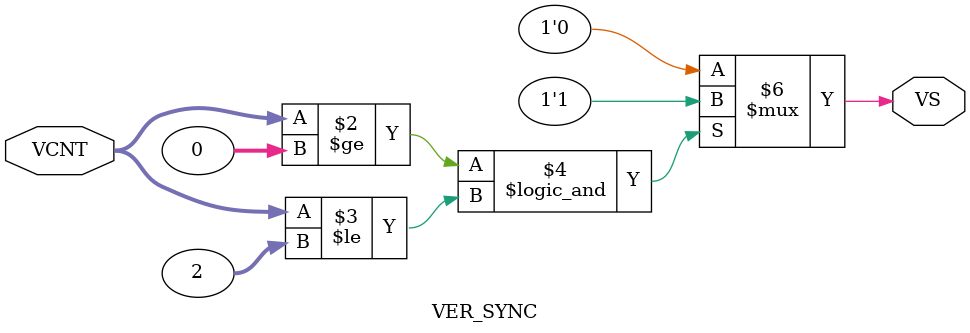
<source format=v>
`timescale 1ns / 1ps


module VER_SYNC(output reg VS, input [9:0] VCNT);
    always @(*)
        begin
        if(VCNT >= 0 && VCNT <= 2)
            begin
            VS <= 1;
            end
         else
            begin
            VS <= 0;
            end
        end  
endmodule

</source>
